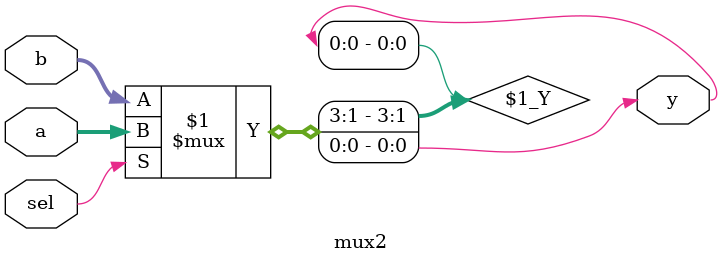
<source format=v>

module mux2 (
    input [3:0] a,b,
    input       sel,
    output      y
);
    assign y = sel ? a : b;
    
endmodule
</source>
